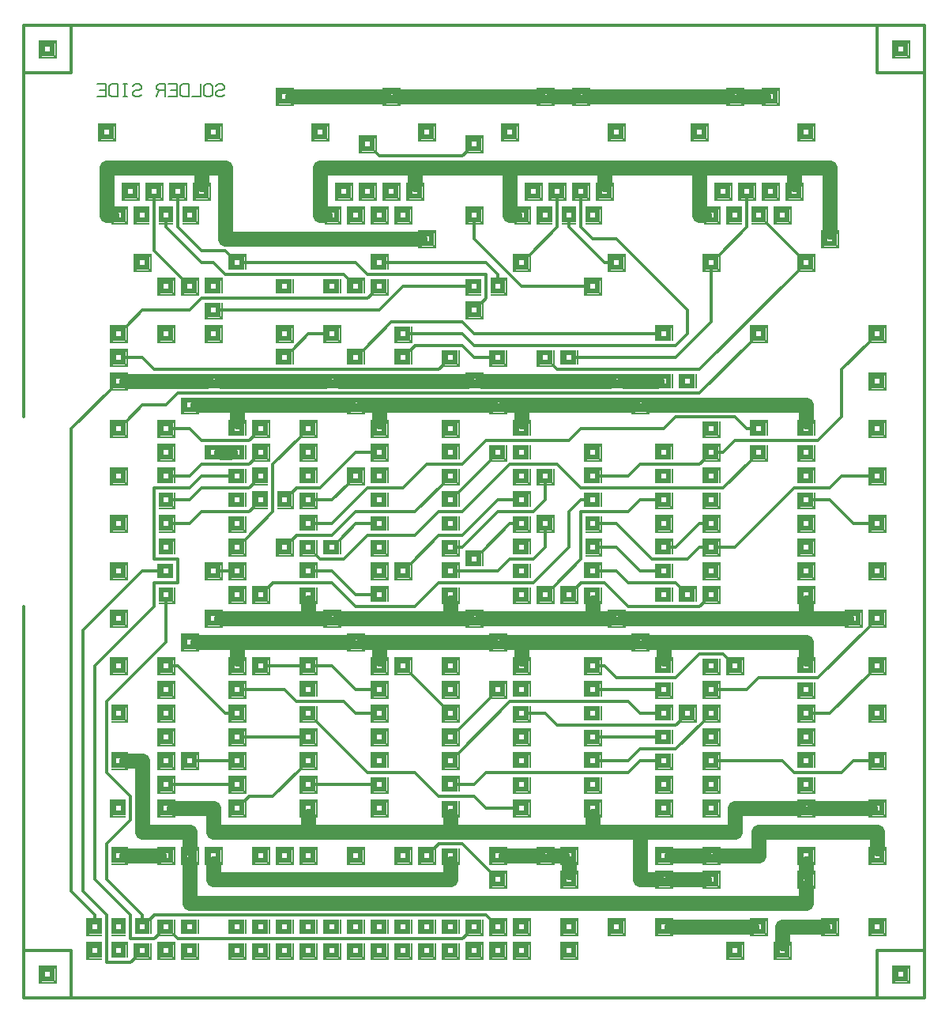
<source format=gbl>
%MOIN*%
%FSLAX23Y23*%
%ADD10C,.012*%
%ADD11C,.062*%
%ADD12C,.050X.024*%
%ADD13R,.062X.062X.024*%
%ADD14C,.016*%
%ADD15R,.008X.062*%
%ADD16R,.062X.008*%
%ADD17C,.008*%
%LPD*%
G90*X0Y0D02*D13*X100Y100D03*D14*X131Y131D03*      
Y69D03*X69Y131D03*Y69D03*D15*X135Y100D03*X65D03*  
D16*X100Y135D03*Y65D03*X200Y200D02*D10*Y0D01*     
X0D01*Y200D01*X200D01*D13*X300Y300D03*D14*        
X269Y331D03*Y269D03*D15*X265Y300D03*D16*          
X300Y335D03*Y265D03*Y331D02*D10*Y350D01*          
X200Y450D01*Y2400D01*X369Y2569D01*D13*            
X400Y2600D03*D14*X431Y2631D03*Y2569D03*           
X369Y2631D03*Y2569D03*D15*X435Y2600D03*X365D03*   
D16*X400Y2635D03*Y2565D03*X431Y2600D02*D11*       
X450D01*D10*X431D01*X450D02*D11*X769D01*D13*      
X800D03*D15*X835D03*X765D03*X831D02*D11*X1269D01* 
D13*X1300D03*D15*X1335D03*X1265D03*X1331D02*D11*  
X1869D01*D13*X1900D03*D14*X1931Y2631D03*X1869D03* 
D15*X1935Y2600D03*X1865D03*D16*X1900Y2635D03*     
X1931Y2600D02*D11*X2469D01*D13*X2500D03*D15*      
X2535D03*X2465D03*X2531D02*D11*X2669D01*D13*      
X2700D03*D15*X2735D03*X2665D03*D13*X2600Y2500D03* 
D14*X2631Y2469D03*X2569D03*D15*X2635Y2500D03*     
X2565D03*D16*X2600Y2465D03*X2569Y2500D02*D11*     
X2100D01*Y2431D01*D13*Y2400D03*D14*X2131Y2431D03* 
X2069D03*D15*X2135Y2400D03*X2065D03*D16*          
X2100Y2435D03*D13*X2000Y2500D03*D14*X2031Y2469D03*
X1969D03*D15*X2035Y2500D03*X1965D03*D16*          
X2000Y2465D03*X1969Y2500D02*D11*X1500D01*Y2431D01*
D13*Y2400D03*D14*X1531Y2431D03*Y2369D03*          
X1469Y2431D03*Y2369D03*D15*X1535Y2400D03*X1465D03*
D16*X1500Y2435D03*Y2365D03*D13*X1400Y2500D03*D14* 
X1431Y2469D03*X1369D03*D15*X1435Y2500D03*X1365D03*
D16*X1400Y2465D03*X1369Y2500D02*D11*X900D01*      
Y2431D01*D13*Y2400D03*D14*X931Y2431D03*X869D03*   
D15*X935Y2400D03*X865D03*D16*X900Y2435D03*        
X950Y2350D02*D10*X750D01*X700Y2400D01*X631D01*D13*
X600D03*D14*X631Y2431D03*Y2369D03*X569Y2431D03*   
Y2369D03*D15*X635Y2400D03*X565D03*D16*            
X600Y2435D03*Y2365D03*D13*X700Y2500D03*D14*       
X731Y2469D03*X669D03*D15*X735Y2500D03*X665D03*D16*
X700Y2465D03*X731Y2500D02*D11*X900D01*D13*        
X1000Y2400D03*D14*X1031Y2431D03*Y2369D03*         
X969Y2431D03*Y2369D03*D15*X1035Y2400D03*X965D03*  
D16*X1000Y2435D03*Y2365D03*X969Y2369D02*D10*      
X950Y2350D01*D13*X1000Y2300D03*D14*X1031Y2331D03* 
Y2269D03*X969Y2331D03*Y2269D03*D15*X1035Y2300D03* 
X965D03*D16*X1000Y2335D03*Y2265D03*X969Y2269D02*  
D10*X950Y2250D01*X750D01*X700Y2200D01*X631D01*D13*
X600D03*D14*X631Y2231D03*X569D03*D15*X635Y2200D03*
X565D03*D16*X600Y2235D03*X550Y2150D02*D10*        
Y1850D01*X650D01*Y1750D01*X550D01*Y1650D01*       
X300Y1400D01*Y500D01*X450Y350D01*Y250D01*X550D01* 
X569Y269D01*D13*X600Y300D03*D14*X631Y269D03*      
X569D03*D15*X635Y300D03*X565D03*D16*X600Y265D03*  
X631Y269D02*D10*X650Y250D01*X1850D01*X1869Y269D01*
D13*X1900Y300D03*D14*X1931Y269D03*X1869D03*D15*   
X1935Y300D03*X1865D03*D16*X1900Y265D03*           
X1950Y350D02*D10*X1969Y331D01*D13*X2000Y300D03*   
D14*X2031Y331D03*Y269D03*X1969Y331D03*Y269D03*D15*
X2035Y300D03*X1965D03*D16*X2000Y335D03*Y265D03*   
X1950Y350D02*D10*X550D01*X531Y331D01*D13*         
X500Y300D03*D14*X531Y331D03*D15*X535Y300D03*D16*  
X500Y335D03*Y331D02*D10*Y350D01*X350Y500D01*      
Y650D01*X450Y750D01*Y850D01*X350Y950D01*Y1250D01* 
X600Y1500D01*Y1669D01*D13*Y1700D03*D14*           
X631Y1669D03*D15*X635Y1700D03*D16*X600Y1665D03*   
X500Y1800D02*D10*X250Y1550D01*Y450D01*X350Y350D01*
Y150D01*X450D01*X469Y169D01*D13*X500Y200D03*D14*  
X531Y169D03*X469D03*D15*X535Y200D03*X465D03*D16*  
X500Y165D03*D13*X400Y300D03*D16*Y335D03*Y265D03*  
D13*X600Y200D03*D14*X631Y231D03*Y169D03*          
X569Y231D03*Y169D03*D15*X635Y200D03*X565D03*D16*  
X600Y235D03*Y165D03*D13*X400Y200D03*D14*          
X431Y231D03*D15*X435Y200D03*D16*X400Y235D03*      
X700Y400D02*D11*X3300D01*Y469D01*D13*Y500D03*D14* 
X3331Y531D03*Y469D03*X3269Y531D03*Y469D03*D15*    
X3335Y500D03*X3265D03*D16*X3300Y535D03*Y465D03*   
Y531D02*D11*Y569D01*D13*Y600D03*D14*X3331Y631D03* 
Y569D03*X3269Y631D03*Y569D03*D15*X3335Y600D03*    
X3265D03*D16*X3300Y635D03*Y565D03*X3100Y700D02*   
D11*Y600D01*X2931D01*D13*X2900D03*D14*            
X2931Y631D03*Y569D03*X2869Y631D03*Y569D03*D15*    
X2935Y600D03*X2865D03*D16*X2900Y635D03*Y565D03*   
X2869Y600D02*D11*X2731D01*D13*X2700D03*D14*       
X2731Y631D03*Y569D03*X2669Y631D03*Y569D03*D15*    
X2735Y600D03*X2665D03*D16*X2700Y635D03*Y565D03*   
X2600Y700D02*D11*Y500D01*X2669D01*D13*X2700D03*   
D14*X2731Y531D03*Y469D03*X2669Y531D03*Y469D03*D15*
X2735Y500D03*X2665D03*D16*X2700Y535D03*Y465D03*   
X2731Y500D02*D11*X2869D01*D13*X2900D03*D14*       
X2931Y531D03*Y469D03*X2869Y531D03*Y469D03*D15*    
X2935Y500D03*X2865D03*D16*X2900Y535D03*Y465D03*   
D13*X3100Y300D03*D14*X3131Y331D03*Y269D03*        
X3069Y331D03*Y269D03*D15*X3135Y300D03*X3065D03*   
D16*X3100Y335D03*Y265D03*X3069Y300D02*D11*        
X2731D01*D13*X2700D03*D14*X2731Y331D03*Y269D03*   
X2669Y331D03*Y269D03*D15*X2735Y300D03*X2665D03*   
D16*X2700Y335D03*Y265D03*D13*X2500Y300D03*D14*    
X2531Y331D03*Y269D03*X2469Y331D03*Y269D03*D15*    
X2535Y300D03*X2465D03*D16*X2500Y335D03*Y265D03*   
D13*X3000Y200D03*D14*X3031Y231D03*Y169D03*        
X2969Y231D03*Y169D03*D15*X3035Y200D03*X2965D03*   
D16*X3000Y235D03*Y165D03*X3100Y700D02*D11*        
X3600D01*Y631D01*D13*Y600D03*D14*X3631Y631D03*    
Y569D03*X3569Y631D03*Y569D03*D15*X3635Y600D03*    
X3565D03*D16*X3600Y635D03*Y565D03*D13*Y800D03*D14*
X3631Y831D03*Y769D03*X3569Y831D03*Y769D03*D15*    
X3635Y800D03*X3565D03*D16*X3600Y835D03*Y765D03*   
X3569Y800D02*D11*X3331D01*D13*X3300D03*D14*       
X3331Y831D03*Y769D03*X3269Y831D03*Y769D03*D15*    
X3335Y800D03*X3265D03*D16*X3300Y835D03*Y765D03*   
X3269Y800D02*D11*X3000D01*Y700D01*X2600D01*       
X2400D01*X1800D01*X1200D01*X800D01*Y800D01*       
X631D01*D13*X600D03*D14*X631Y831D03*Y769D03*      
X569Y831D03*Y769D03*D15*X635Y800D03*X565D03*D16*  
X600Y835D03*Y765D03*X700Y700D02*D11*Y631D01*D13*  
Y600D03*D14*X731Y631D03*Y569D03*X669Y631D03*      
Y569D03*D15*X735Y600D03*X665D03*D16*X700Y635D03*  
Y565D03*Y569D02*D11*Y400D01*X800Y500D02*X1800D01* 
Y569D01*D13*Y600D03*D14*X1831Y569D03*X1769D03*D15*
X1835Y600D03*X1765D03*D16*X1800Y565D03*           
X1850Y650D02*D10*X1969Y531D01*D13*X2000Y500D03*   
D14*X2031Y531D03*Y469D03*X1969Y531D03*Y469D03*D15*
X2035Y500D03*X1965D03*D16*X2000Y535D03*Y465D03*   
D13*Y600D03*D14*X2031Y631D03*Y569D03*X1969Y631D03*
Y569D03*D15*X2035Y600D03*X1965D03*D16*            
X2000Y635D03*Y565D03*X2031Y600D02*D11*X2169D01*   
D13*X2200D03*D14*X2231Y631D03*Y569D03*            
X2169Y631D03*Y569D03*D15*X2235Y600D03*X2165D03*   
D16*X2200Y635D03*Y565D03*X2231Y600D02*D11*        
X2269D01*D13*X2300D03*D14*X2331Y631D03*Y569D03*   
X2269Y631D03*Y569D03*D15*X2335Y600D03*X2265D03*   
D16*X2300Y635D03*Y565D03*Y569D02*D11*Y531D01*D13* 
Y500D03*D14*X2331Y531D03*Y469D03*X2269Y531D03*    
Y469D03*D15*X2335Y500D03*X2265D03*D16*            
X2300Y535D03*Y465D03*D13*X2100Y300D03*D14*        
X2131Y331D03*Y269D03*X2069Y331D03*Y269D03*D15*    
X2135Y300D03*X2065D03*D16*X2100Y335D03*Y265D03*   
X2400Y700D02*D11*Y769D01*D13*Y800D03*D14*         
X2431Y831D03*Y769D03*X2369Y831D03*Y769D03*D15*    
X2435Y800D03*X2365D03*D16*X2400Y835D03*Y765D03*   
D13*Y900D03*D14*X2431Y869D03*X2369D03*D15*        
X2435Y900D03*X2365D03*D16*X2400Y865D03*           
X2550Y950D02*D10*X1950D01*X1900Y900D01*X1831D01*  
D13*X1800D03*D14*X1831Y931D03*X1769D03*D15*       
X1835Y900D03*X1765D03*D16*X1800Y935D03*           
X1750Y850D02*D10*X1900D01*X1950Y800D01*X2069D01*  
D13*X2100D03*D14*X2131Y831D03*Y769D03*            
X2069Y831D03*Y769D03*D15*X2135Y800D03*X2065D03*   
D16*X2100Y835D03*Y765D03*D13*Y900D03*D14*         
X2131Y869D03*X2069D03*D15*X2135Y900D03*X2065D03*  
D16*X2100Y865D03*D13*Y1000D03*D14*X2131Y1031D03*  
X2069D03*D15*X2135Y1000D03*X2065D03*D16*          
X2100Y1035D03*X1850Y650D02*D10*X1750D01*          
X1731Y631D01*D13*X1700Y600D03*D14*X1731Y631D03*   
Y569D03*X1669Y631D03*Y569D03*D15*X1735Y600D03*    
X1665D03*D16*X1700Y635D03*Y565D03*X1800Y700D02*   
D11*Y769D01*D13*Y800D03*D14*X1831Y769D03*X1769D03*
D15*X1835Y800D03*X1765D03*D16*X1800Y765D03*       
X1750Y850D02*D10*X1650Y950D01*X1450D01*           
X1231Y1169D01*D13*X1200Y1200D03*D14*X1231Y1169D03*
X1169D03*D15*X1235Y1200D03*X1165D03*D16*          
X1200Y1165D03*X1150Y1250D02*D10*X1350D01*         
X1400Y1200D01*X1469D01*D13*X1500D03*D14*          
X1531Y1231D03*Y1169D03*X1469Y1231D03*Y1169D03*D15*
X1535Y1200D03*X1465D03*D16*X1500Y1235D03*Y1165D03*
X1400Y1300D02*D10*X1469D01*D13*X1500D03*D14*      
X1531Y1331D03*Y1269D03*X1469Y1331D03*Y1269D03*D15*
X1535Y1300D03*X1465D03*D16*X1500Y1335D03*Y1265D03*
D13*X1600Y1400D03*D14*X1631Y1431D03*Y1369D03*     
X1569Y1431D03*Y1369D03*D15*X1635Y1400D03*X1565D03*
D16*X1600Y1435D03*Y1365D03*X1631Y1369D02*D10*     
X1769Y1231D01*D13*X1800Y1200D03*D14*X1831Y1231D03*
Y1169D03*X1769Y1231D03*Y1169D03*D15*X1835Y1200D03*
X1765D03*D16*X1800Y1235D03*Y1165D03*D13*Y1300D03* 
D14*X1831Y1331D03*Y1269D03*X1769Y1331D03*Y1269D03*
D15*X1835Y1300D03*X1765D03*D16*X1800Y1335D03*     
Y1265D03*D13*Y1100D03*D14*X1831Y1131D03*Y1069D03* 
X1769Y1131D03*Y1069D03*D15*X1835Y1100D03*X1765D03*
D16*X1800Y1135D03*Y1065D03*X1831Y1131D02*D10*     
X1969Y1269D01*D13*X2000Y1300D03*D14*X2031Y1331D03*
Y1269D03*X1969Y1331D03*Y1269D03*D15*X2035Y1300D03*
X1965D03*D16*X2000Y1335D03*Y1265D03*X2050Y1250D02*
D10*X1831Y1031D01*D13*X1800Y1000D03*D14*          
X1831Y1031D03*Y969D03*X1769Y1031D03*Y969D03*D15*  
X1835Y1000D03*X1765D03*D16*X1800Y1035D03*Y965D03* 
X2050Y1250D02*D10*X2550D01*X2600Y1200D01*X2669D01*
D13*X2700D03*D14*X2731Y1231D03*X2669D03*D15*      
X2735Y1200D03*X2665D03*D16*X2700Y1235D03*         
X2750Y1150D02*D10*X2250D01*X2200Y1200D01*X2131D01*
D13*X2100D03*D14*X2131Y1169D03*X2069D03*D15*      
X2135Y1200D03*X2065D03*D16*X2100Y1165D03*D13*     
Y1300D03*D14*X2131Y1331D03*X2069D03*D15*          
X2135Y1300D03*X2065D03*D16*X2100Y1335D03*D13*     
Y1100D03*D14*X2131Y1131D03*Y1069D03*X2069Y1131D03*
Y1069D03*D15*X2135Y1100D03*X2065D03*D16*          
X2100Y1135D03*Y1065D03*D13*Y1400D03*D14*          
X2131Y1431D03*Y1369D03*X2069Y1431D03*Y1369D03*D15*
X2135Y1400D03*X2065D03*D16*X2100Y1435D03*Y1365D03*
Y1431D02*D11*Y1500D01*X2031D01*D13*X2000D03*D14*  
X2031Y1531D03*Y1469D03*X1969Y1531D03*Y1469D03*D15*
X2035Y1500D03*X1965D03*D16*X2000Y1535D03*Y1465D03*
X1969Y1500D02*D11*X1500D01*Y1431D01*D13*Y1400D03* 
D14*X1531Y1431D03*Y1369D03*X1469Y1431D03*Y1369D03*
D15*X1535Y1400D03*X1465D03*D16*X1500Y1435D03*     
Y1365D03*D13*X1400Y1500D03*D14*X1431Y1531D03*     
Y1469D03*X1369Y1531D03*Y1469D03*D15*X1435Y1500D03*
X1365D03*D16*X1400Y1535D03*Y1465D03*X1369Y1500D02*
D11*X900D01*Y1431D01*D13*Y1400D03*D14*            
X931Y1431D03*Y1369D03*X869Y1431D03*Y1369D03*D15*  
X935Y1400D03*X865D03*D16*X900Y1435D03*Y1365D03*   
D13*X1000Y1400D03*D14*X1031Y1431D03*Y1369D03*     
X969Y1431D03*Y1369D03*D15*X1035Y1400D03*X965D03*  
D16*X1000Y1435D03*Y1365D03*X1031Y1400D02*D10*     
X1169D01*D13*X1200D03*D14*X1231Y1431D03*Y1369D03* 
X1169Y1431D03*Y1369D03*D15*X1235Y1400D03*X1165D03*
D16*X1200Y1435D03*Y1365D03*X1231Y1400D02*D10*     
X1300D01*X1400Y1300D01*D13*X1200Y1100D03*D14*     
X1231Y1131D03*Y1069D03*X1169Y1131D03*Y1069D03*D15*
X1235Y1100D03*X1165D03*D16*X1200Y1135D03*Y1065D03*
X1169Y1100D02*D10*X931D01*D13*X900D03*D14*        
X931Y1131D03*Y1069D03*X869Y1131D03*Y1069D03*D15*  
X935Y1100D03*X865D03*D16*X900Y1135D03*Y1065D03*   
D13*Y1200D03*D14*X931Y1231D03*Y1169D03*           
X869Y1231D03*Y1169D03*D15*X935Y1200D03*X865D03*   
D16*X900Y1235D03*Y1165D03*X869Y1200D02*D10*       
X850D01*X650Y1400D01*X631D01*D13*X600D03*D14*     
X631Y1431D03*Y1369D03*X569Y1431D03*Y1369D03*D15*  
X635Y1400D03*X565D03*D16*X600Y1435D03*Y1365D03*   
D13*X700Y1500D03*D14*X731Y1531D03*Y1469D03*       
X669Y1531D03*Y1469D03*D15*X735Y1500D03*X665D03*   
D16*X700Y1535D03*Y1465D03*X731Y1500D02*D11*       
X900D01*D13*X800Y1600D03*D14*X831Y1631D03*        
Y1569D03*X769Y1631D03*Y1569D03*D15*X835Y1600D03*  
X765D03*D16*X800Y1635D03*Y1565D03*X831Y1600D02*   
D11*X1200D01*X1269D01*D13*X1300D03*D14*           
X1331Y1631D03*Y1569D03*X1269Y1631D03*Y1569D03*D15*
X1335Y1600D03*X1265D03*D16*X1300Y1635D03*Y1565D03*
X1331Y1600D02*D11*X1800D01*X1869D01*D13*X1900D03* 
D14*X1931Y1631D03*Y1569D03*X1869Y1631D03*Y1569D03*
D15*X1935Y1600D03*X1865D03*D16*X1900Y1635D03*     
Y1565D03*X1931Y1600D02*D11*X2400D01*X2469D01*D13* 
X2500D03*D14*X2531Y1631D03*Y1569D03*X2469Y1631D03*
Y1569D03*D15*X2535Y1600D03*X2465D03*D16*          
X2500Y1635D03*Y1565D03*X2531Y1600D02*D11*X3300D01*
X3469D01*D13*X3500D03*D14*X3531Y1631D03*Y1569D03* 
X3469Y1631D03*Y1569D03*D15*X3535Y1600D03*X3465D03*
D16*X3500Y1635D03*Y1565D03*D13*X3600Y1600D03*D14* 
X3631Y1631D03*Y1569D03*X3569Y1631D03*Y1569D03*D15*
X3635Y1600D03*X3565D03*D16*X3600Y1635D03*Y1565D03*
X3569Y1569D02*D10*X3350Y1350D01*X3100D01*         
X3050Y1300D01*X2931D01*D13*X2900D03*D14*          
X2931Y1331D03*Y1269D03*X2869Y1331D03*Y1269D03*D15*
X2935Y1300D03*X2865D03*D16*X2900Y1335D03*Y1265D03*
D13*X3000Y1400D03*D14*X3031Y1431D03*Y1369D03*     
X2969Y1431D03*Y1369D03*D15*X3035Y1400D03*X2965D03*
D16*X3000Y1435D03*Y1365D03*X2969Y1431D02*D10*     
X2950Y1450D01*X2850D01*X2750Y1350D01*X2500D01*    
X2450Y1400D01*X2431D01*D13*X2400D03*D14*          
X2431Y1431D03*Y1369D03*X2369Y1431D03*Y1369D03*D15*
X2435Y1400D03*X2365D03*D16*X2400Y1435D03*Y1365D03*
D13*Y1300D03*D14*X2431Y1331D03*X2369D03*D15*      
X2435Y1300D03*X2365D03*D16*X2400Y1335D03*         
X2431Y1300D02*D10*X2669D01*D13*X2700D03*D14*      
X2731Y1269D03*X2669D03*D15*X2735Y1300D03*X2665D03*
D16*X2700Y1265D03*D13*X2800Y1200D03*D14*          
X2831Y1231D03*Y1169D03*X2769Y1231D03*Y1169D03*D15*
X2835Y1200D03*X2765D03*D16*X2800Y1235D03*Y1165D03*
X2769Y1169D02*D10*X2750Y1150D01*D13*X2700Y1100D03*
D15*X2735D03*X2665D03*X2669D02*D10*X2431D01*D13*  
X2400D03*D14*X2431Y1069D03*X2369D03*D15*          
X2435Y1100D03*X2365D03*D16*X2400Y1065D03*D13*     
Y1200D03*D15*X2435D03*X2365D03*D13*X2400Y1000D03* 
D14*X2431Y1031D03*X2369D03*D15*X2435Y1000D03*     
X2365D03*D16*X2400Y1035D03*X2431Y1000D02*D10*     
X2550D01*X2600Y1050D01*X2750D01*X2869Y1169D01*D13*
X2900Y1200D03*D14*X2931Y1231D03*Y1169D03*         
X2869Y1231D03*Y1169D03*D15*X2935Y1200D03*X2865D03*
D16*X2900Y1235D03*Y1165D03*D13*Y1100D03*D14*      
X2931Y1131D03*Y1069D03*X2869Y1131D03*Y1069D03*D15*
X2935Y1100D03*X2865D03*D16*X2900Y1135D03*Y1065D03*
D13*X2700Y1400D03*D14*X2731Y1431D03*X2669D03*D15* 
X2735Y1400D03*X2665D03*D16*X2700Y1435D03*Y1431D02*
D11*Y1500D01*X2631D01*D13*X2600D03*D14*           
X2631Y1531D03*Y1469D03*X2569Y1531D03*Y1469D03*D15*
X2635Y1500D03*X2565D03*D16*X2600Y1535D03*Y1465D03*
X2569Y1500D02*D11*X2100D01*D13*X2300Y1700D03*D14* 
X2331Y1731D03*Y1669D03*X2269Y1731D03*Y1669D03*D15*
X2335Y1700D03*X2265D03*D16*X2300Y1735D03*Y1665D03*
X2331Y1731D02*D10*X2350Y1750D01*X2450D01*         
X2550Y1650D01*X2850D01*X2869Y1669D01*D13*         
X2900Y1700D03*D14*X2931Y1731D03*Y1669D03*         
X2869Y1731D03*Y1669D03*D15*X2935Y1700D03*X2865D03*
D16*X2900Y1735D03*Y1665D03*D13*Y1800D03*D14*      
X2931Y1831D03*Y1769D03*X2869Y1831D03*Y1769D03*D15*
X2935Y1800D03*X2865D03*D16*X2900Y1835D03*Y1765D03*
D13*X2800Y1700D03*D14*X2831Y1731D03*X2769D03*D15* 
X2835Y1700D03*X2765D03*D16*X2800Y1735D03*         
X2769Y1731D02*D10*X2750Y1750D01*X2550D01*         
X2500Y1800D01*X2431D01*D13*X2400D03*D14*          
X2431Y1831D03*X2369D03*D15*X2435Y1800D03*X2365D03*
D16*X2400Y1835D03*X2350Y1850D02*D10*X2231Y1731D01*
D13*X2200Y1700D03*D14*X2231Y1731D03*Y1669D03*     
X2169Y1731D03*Y1669D03*D15*X2235Y1700D03*X2165D03*
D16*X2200Y1735D03*Y1665D03*X2150Y1750D02*D10*     
X1750D01*X1650Y1650D01*X1400D01*X1300Y1750D01*    
X1050D01*X1031Y1731D01*D13*X1000Y1700D03*D14*     
X1031Y1731D03*Y1669D03*X969Y1731D03*Y1669D03*D15* 
X1035Y1700D03*X965D03*D16*X1000Y1735D03*Y1665D03* 
D13*X900Y1800D03*D14*X931Y1831D03*Y1769D03*       
X869Y1831D03*Y1769D03*D15*X935Y1800D03*X865D03*   
D16*X900Y1835D03*Y1765D03*X869Y1800D02*D10*       
X831D01*D13*X800D03*D14*X831Y1831D03*Y1769D03*    
X769Y1831D03*Y1769D03*D15*X835Y1800D03*X765D03*   
D16*X800Y1835D03*Y1765D03*D13*X900Y1700D03*D14*   
X931Y1731D03*Y1669D03*X869Y1731D03*Y1669D03*D15*  
X935Y1700D03*X865D03*D16*X900Y1735D03*Y1665D03*   
D13*Y1900D03*D14*X931Y1931D03*Y1869D03*           
X869Y1931D03*Y1869D03*D15*X935Y1900D03*X865D03*   
D16*X900Y1935D03*Y1865D03*X931Y1931D02*D10*       
X1050Y2050D01*Y2250D01*X1169Y2369D01*D13*         
X1200Y2400D03*D14*X1231Y2431D03*Y2369D03*         
X1169Y2431D03*Y2369D03*D15*X1235Y2400D03*X1165D03*
D16*X1200Y2435D03*Y2365D03*D13*Y2300D03*D14*      
X1231Y2331D03*Y2269D03*X1169Y2331D03*Y2269D03*D15*
X1235Y2300D03*X1165D03*D16*X1200Y2335D03*Y2265D03*
D13*X1400Y2200D03*D14*X1431Y2231D03*Y2169D03*     
X1369Y2231D03*Y2169D03*D15*X1435Y2200D03*X1365D03*
D16*X1400Y2235D03*Y2165D03*X1369Y2169D02*D10*     
X1300Y2100D01*X1231D01*D13*X1200D03*D14*          
X1231Y2069D03*X1169D03*D15*X1235Y2100D03*X1165D03*
D16*X1200Y2065D03*X1250Y2150D02*D10*X1150D01*     
X1131Y2131D01*D13*X1100Y2100D03*D14*X1131Y2131D03*
Y2069D03*D15*X1135Y2100D03*D16*X1100Y2135D03*     
Y2065D03*D13*X1200Y2000D03*D14*X1231Y2031D03*     
X1169D03*D15*X1235Y2000D03*X1165D03*D16*          
X1200Y2035D03*X1231Y2000D02*D10*X1300D01*         
X1450Y2150D01*X1600D01*X1700Y2250D01*X1850D01*    
X1950Y2350D01*X2300D01*X2350Y2400D01*X2700D01*    
X2750Y2450D01*X3000D01*X3050Y2400D01*X3069D01*D13*
X3100D03*D14*X3131Y2431D03*X3069D03*D15*          
X3135Y2400D03*X3065D03*D16*X3100Y2435D03*D13*     
Y2300D03*D14*X3131Y2269D03*X3069D03*D15*          
X3135Y2300D03*X3065D03*D16*X3100Y2265D03*         
X3069Y2269D02*D10*X2950Y2150D01*X2350D01*         
X2250Y2250D01*X2050D01*X1850Y2050D01*X1750D01*    
X1650Y1950D01*X1450D01*X1350Y1850D01*X1250D01*    
X1231Y1869D01*D13*X1200Y1900D03*D14*X1231Y1869D03*
X1169D03*D15*X1235Y1900D03*X1165D03*D16*          
X1200Y1865D03*X1150Y1950D02*D10*X1131Y1931D01*D13*
X1100Y1900D03*D14*X1131Y1931D03*Y1869D03*         
X1069Y1931D03*Y1869D03*D15*X1135Y1900D03*X1065D03*
D16*X1100Y1935D03*Y1865D03*X1150Y1950D02*D10*     
X1300D01*X1400Y2050D01*X1650D01*X1769Y2169D01*D13*
X1800Y2200D03*D14*X1831Y2169D03*X1769D03*D15*     
X1835Y2200D03*X1765D03*D16*X1800Y2165D03*D13*     
Y2300D03*D14*X1831Y2331D03*X1769D03*D15*          
X1835Y2300D03*X1765D03*D16*X1800Y2335D03*D13*     
Y2100D03*D14*X1831Y2131D03*X1769D03*D15*          
X1835Y2100D03*X1765D03*D16*X1800Y2135D03*         
X1831Y2131D02*D10*X1969Y2269D01*D13*X2000Y2300D03*
D14*X2031Y2269D03*X1969D03*D15*X2035Y2300D03*     
X1965D03*D16*X2000Y2265D03*D13*X2100Y2200D03*D14* 
X2131Y2169D03*X2069D03*D15*X2135Y2200D03*X2065D03*
D16*X2100Y2165D03*D13*Y2300D03*D15*X2135D03*      
X2065D03*X2200Y2100D02*D10*X2150Y2050D01*X2000D01*
X1850Y1900D01*X1831D01*D13*X1800D03*D14*          
X1831Y1869D03*X1769D03*D15*X1835Y1900D03*X1765D03*
D16*X1800Y1865D03*X1850Y1950D02*D10*X1750D01*     
X1631Y1831D01*D13*X1600Y1800D03*D14*X1631Y1831D03*
Y1769D03*X1569Y1831D03*Y1769D03*D15*X1635Y1800D03*
X1565D03*D16*X1600Y1835D03*Y1765D03*D13*          
X1500Y1900D03*D14*X1531Y1869D03*X1469D03*D15*     
X1535Y1900D03*X1465D03*D16*X1500Y1865D03*D13*     
Y1700D03*D14*X1531Y1731D03*X1469D03*D15*          
X1535Y1700D03*X1465D03*D16*X1500Y1735D03*         
X1469Y1700D02*D10*X1400D01*X1300Y1800D01*X1231D01*
D13*X1200D03*D14*X1231Y1831D03*X1169D03*D15*      
X1235Y1800D03*X1165D03*D16*X1200Y1835D03*D13*     
X1300Y1900D03*D15*X1335D03*X1265D03*X1331Y1931D02*
D10*X1400Y2000D01*X1469D01*D13*X1500D03*D15*      
X1535D03*X1465D03*D13*X1500Y2100D03*D15*X1535D03* 
X1465D03*D13*X1500Y2200D03*D14*X1531Y2231D03*     
X1469D03*D15*X1535Y2200D03*X1465D03*D16*          
X1500Y2235D03*D13*Y1800D03*D14*X1531Y1831D03*     
Y1769D03*X1469Y1831D03*Y1769D03*D15*X1535Y1800D03*
X1465D03*D16*X1500Y1835D03*Y1765D03*X1250Y2150D02*
D10*X1400Y2300D01*X1469D01*D13*X1500D03*D14*      
X1531Y2331D03*Y2269D03*X1469Y2331D03*Y2269D03*D15*
X1535Y2300D03*X1465D03*D16*X1500Y2335D03*Y2265D03*
Y2500D02*D11*X1431D01*D13*X1600Y2700D03*D14*      
X1631Y2731D03*X1569D03*D15*X1635Y2700D03*X1565D03*
D16*X1600Y2735D03*X1631Y2731D02*D10*X1650Y2750D01*
X1850D01*X1900Y2700D01*X1969D01*D13*X2000D03*D14* 
X2031Y2669D03*X1969D03*D15*X2035Y2700D03*X1965D03*
D16*X2000Y2665D03*X1900Y2800D02*D10*X2669D01*D13* 
X2700D03*D14*X2731Y2831D03*X2669D03*D15*          
X2735Y2800D03*X2665D03*D16*X2700Y2835D03*         
X2750Y2750D02*D10*X1900D01*X1850Y2800D01*X1631D01*
D13*X1600D03*D14*X1631Y2769D03*X1569D03*D15*      
X1635Y2800D03*X1565D03*D16*X1600Y2765D03*         
X1550Y2850D02*D10*X1431Y2731D01*D13*X1400Y2700D03*
D14*X1431Y2731D03*X1369D03*D15*X1435Y2700D03*     
X1365D03*D16*X1400Y2735D03*D13*X1300Y2800D03*D14* 
X1331Y2831D03*Y2769D03*X1269Y2831D03*Y2769D03*D15*
X1335Y2800D03*X1265D03*D16*X1300Y2835D03*Y2765D03*
X1269Y2800D02*D10*X1200D01*X1131Y2731D01*D13*     
X1100Y2700D03*D14*X1131Y2731D03*X1069D03*D15*     
X1135Y2700D03*X1065D03*D16*X1100Y2735D03*D13*     
Y2800D03*D14*X1131Y2831D03*Y2769D03*X1069Y2831D03*
Y2769D03*D15*X1135Y2800D03*X1065D03*D16*          
X1100Y2835D03*Y2765D03*D13*X1400Y3000D03*D14*     
X1431Y3031D03*X1369D03*D15*X1435Y3000D03*X1365D03*
D16*X1400Y3035D03*X1369Y3031D02*D10*X1350Y3050D01*
X850D01*X800Y3100D01*X750D01*X600Y3250D01*        
Y3269D01*D13*Y3300D03*D16*Y3335D03*Y3265D03*      
X650Y3250D02*D10*X750Y3150D01*X850D01*            
X869Y3131D01*D13*X900Y3100D03*D14*X931Y3131D03*   
X869D03*D15*X935Y3100D03*X865D03*D16*X900Y3135D03*
X931Y3100D02*D10*X1400D01*X1450Y3050D01*X1950D01* 
Y2950D01*X1931Y2931D01*D13*X1900Y2900D03*D14*     
X1931Y2931D03*Y2869D03*X1869Y2931D03*Y2869D03*D15*
X1935Y2900D03*X1865D03*D16*X1900Y2935D03*Y2865D03*
X1850Y2850D02*D10*X1900Y2800D01*X1850Y2850D02*    
X1550D01*X1500Y2900D02*X831D01*D13*X800D03*D14*   
X831Y2869D03*X769D03*D15*X835Y2900D03*X765D03*D16*
X800Y2865D03*X750Y2950D02*D10*X700Y2900D01*       
X500D01*X431Y2831D01*D13*X400Y2800D03*D14*        
X431Y2831D03*Y2769D03*X369Y2831D03*Y2769D03*D15*  
X435Y2800D03*X365D03*D16*X400Y2835D03*Y2765D03*   
X500Y2700D02*D10*X550Y2650D01*X1750D01*           
X1769Y2669D01*D13*X1800Y2700D03*D14*X1831Y2669D03*
X1769D03*D15*X1835Y2700D03*X1765D03*D16*          
X1800Y2665D03*X2031Y2500D02*D11*X2100D01*         
X2250Y2650D02*D10*X2850D01*X3269Y3069D01*D13*     
X3300Y3100D03*D14*X3331Y3131D03*Y3069D03*         
X3269Y3131D03*Y3069D03*D15*X3335Y3100D03*X3265D03*
D16*X3300Y3135D03*Y3065D03*X3269Y3131D02*D10*     
X3131Y3269D01*D13*X3100Y3300D03*D14*X3131Y3331D03*
Y3269D03*D15*X3135Y3300D03*D16*X3100Y3335D03*     
Y3265D03*X3050Y3250D02*D10*X2931Y3131D01*D13*     
X2900Y3100D03*D14*X2931Y3131D03*Y3069D03*         
X2869Y3131D03*Y3069D03*D15*X2935Y3100D03*X2865D03*
D16*X2900Y3135D03*Y3065D03*Y3069D02*D10*Y2850D01* 
X2750Y2700D01*X2331D01*D13*X2300D03*D15*X2335D03* 
X2265D03*X2250Y2650D02*D10*X2231Y2669D01*D13*     
X2200Y2700D03*D14*X2231Y2669D03*X2169D03*D15*     
X2235Y2700D03*X2165D03*D16*X2200Y2665D03*D13*     
X1900Y3000D03*D14*X1869Y2969D03*D15*X1865Y3000D03*
D16*X1900Y2965D03*X1869Y3000D02*D10*X1600D01*     
X1500Y2900D01*X1450Y2950D02*X750D01*D13*          
X800Y3000D03*D14*X831Y3031D03*X769D03*D15*        
X835Y3000D03*X765D03*D16*X800Y3035D03*D13*        
X700Y3000D03*D14*X731Y3031D03*Y2969D03*           
X669Y3031D03*Y2969D03*D15*X735Y3000D03*X665D03*   
D16*X700Y3035D03*Y2965D03*X669Y3031D02*D10*       
X550Y3150D01*Y3369D01*D13*Y3400D03*D14*           
X581Y3431D03*Y3369D03*X519Y3431D03*Y3369D03*D15*  
X585Y3400D03*X515D03*D16*X550Y3435D03*Y3365D03*   
D13*X500Y3300D03*D14*X469Y3331D03*Y3269D03*D15*   
X465Y3300D03*D16*X500Y3335D03*Y3265D03*D13*       
X650Y3400D03*D14*X681Y3431D03*Y3369D03*           
X619Y3431D03*Y3369D03*D15*X685Y3400D03*X615D03*   
D16*X650Y3435D03*Y3365D03*Y3369D02*D10*Y3250D01*  
D13*X700Y3300D03*D14*X731Y3331D03*Y3269D03*D15*   
X735Y3300D03*D16*X700Y3335D03*Y3265D03*D13*       
X500Y3100D03*D14*X531Y3131D03*Y3069D03*           
X469Y3131D03*Y3069D03*D15*X535Y3100D03*X465D03*   
D16*X500Y3135D03*Y3065D03*D13*X750Y3400D03*D14*   
X781Y3431D03*Y3369D03*X719Y3431D03*Y3369D03*D15*  
X785Y3400D03*X715D03*D16*X750Y3435D03*Y3365D03*   
Y3431D02*D11*Y3500D01*X350D01*Y3300D01*X369D01*   
D13*X400D03*D14*X431Y3331D03*Y3269D03*D15*        
X435Y3300D03*D16*X400Y3335D03*Y3265D03*D13*       
X450Y3400D03*D14*X481Y3431D03*Y3369D03*           
X419Y3431D03*Y3369D03*D15*X485Y3400D03*X415D03*   
D16*X450Y3435D03*Y3365D03*D13*X600Y3000D03*D14*   
X631Y3031D03*Y2969D03*X569Y3031D03*Y2969D03*D15*  
X635Y3000D03*X565D03*D16*X600Y3035D03*Y2965D03*   
D13*X350Y3650D03*D14*X381Y3681D03*Y3619D03*       
X319Y3681D03*Y3619D03*D15*X385Y3650D03*X315D03*   
D16*X350Y3685D03*Y3615D03*X750Y3500D02*D11*       
X850D01*Y3200D01*X1669D01*D13*X1700D03*D14*       
X1731Y3231D03*Y3169D03*X1669Y3231D03*Y3169D03*D15*
X1735Y3200D03*X1665D03*D16*X1700Y3235D03*Y3165D03*
D13*X1600Y3300D03*D14*X1631Y3331D03*Y3269D03*     
X1569Y3331D03*Y3269D03*D15*X1635Y3300D03*X1565D03*
D16*X1600Y3335D03*Y3265D03*D13*X1500Y3000D03*D14* 
X1531Y2969D03*X1469D03*D15*X1535Y3000D03*X1465D03*
D16*X1500Y2965D03*X1469Y2969D02*D10*X1450Y2950D01*
D13*X1500Y3100D03*D14*X1531Y3131D03*X1469D03*D15* 
X1535Y3100D03*X1465D03*D16*X1500Y3135D03*         
X1531Y3100D02*D10*X1950D01*X2000Y3050D01*Y3031D01*
D13*Y3000D03*D14*X2031Y3031D03*Y2969D03*D15*      
X2035Y3000D03*D16*X2000Y3035D03*Y2965D03*D13*     
X2100Y3100D03*D14*X2131Y3131D03*Y3069D03*         
X2069Y3131D03*Y3069D03*D15*X2135Y3100D03*X2065D03*
D16*X2100Y3135D03*Y3065D03*X2131Y3131D02*D10*     
X2250Y3250D01*Y3369D01*D13*Y3400D03*D14*          
X2281Y3431D03*Y3369D03*X2219Y3431D03*Y3369D03*D15*
X2285Y3400D03*X2215D03*D16*X2250Y3435D03*Y3365D03*
D13*X2200Y3300D03*D14*X2169Y3331D03*Y3269D03*D15* 
X2165Y3300D03*D16*X2200Y3335D03*Y3265D03*D13*     
X2350Y3400D03*D14*X2381Y3431D03*Y3369D03*         
X2319Y3431D03*Y3369D03*D15*X2385Y3400D03*X2315D03*
D16*X2350Y3435D03*Y3365D03*Y3369D02*D10*Y3250D01* 
X2400Y3200D01*X2500D01*X2800Y2900D01*Y2800D01*    
X2750Y2750D01*D13*X2800Y2600D03*D15*X2835D03*     
X2765D03*X2850Y2550D02*D10*X650D01*X600Y2500D01*  
X500D01*X431Y2431D01*D13*X400Y2400D03*D14*        
X431Y2431D03*Y2369D03*X369Y2431D03*Y2369D03*D15*  
X435Y2400D03*X365D03*D16*X400Y2435D03*Y2365D03*   
D13*X600Y2300D03*D14*X631Y2331D03*Y2269D03*       
X569Y2331D03*Y2269D03*D15*X635Y2300D03*X565D03*   
D16*X600Y2335D03*Y2265D03*D13*X400Y2200D03*D14*   
X431Y2231D03*Y2169D03*X369Y2231D03*Y2169D03*D15*  
X435Y2200D03*X365D03*D16*X400Y2235D03*Y2165D03*   
X550Y2150D02*D10*X700D01*X750Y2200D01*X869D01*D13*
X900D03*D15*X935D03*X865D03*X950Y2150D02*D10*     
X750D01*X700Y2100D01*X631D01*D13*X600D03*D14*     
X631Y2069D03*D15*X635Y2100D03*D16*X600Y2065D03*   
X700Y2000D02*D10*X631D01*D13*X600D03*D14*         
X631Y2031D03*Y1969D03*D15*X635Y2000D03*D16*       
X600Y2035D03*Y1965D03*X700Y2000D02*D10*           
X750Y2050D01*X950D01*X969Y2069D01*D13*            
X1000Y2100D03*D14*X969Y2131D03*Y2069D03*D15*      
X965Y2100D03*D16*X1000Y2135D03*Y2065D03*          
X950Y2150D02*D10*X969Y2169D01*D13*X1000Y2200D03*  
D14*X969Y2231D03*Y2169D03*D15*X965Y2200D03*D16*   
X1000Y2235D03*Y2165D03*D13*X900Y2300D03*D15*      
X935D03*X865D03*X869D02*D11*X831D01*D13*X800D03*  
D15*X835D03*X765D03*D13*X900Y2100D03*D15*X935D03* 
X865D03*D13*X900Y2000D03*D14*X931Y1969D03*X869D03*
D15*X935Y2000D03*X865D03*D16*X900Y1965D03*D13*    
X400Y2700D03*D14*X431Y2731D03*Y2669D03*           
X369Y2731D03*Y2669D03*D15*X435Y2700D03*X365D03*   
D16*X400Y2735D03*Y2665D03*X431Y2700D02*D10*       
X500D01*D13*X600Y2800D03*D14*X631Y2831D03*        
Y2769D03*X569Y2831D03*Y2769D03*D15*X635Y2800D03*  
X565D03*D16*X600Y2835D03*Y2765D03*D13*            
X800Y2800D03*D14*X831Y2831D03*Y2769D03*           
X769Y2831D03*Y2769D03*D15*X835Y2800D03*X765D03*   
D16*X800Y2835D03*Y2765D03*X0Y2450D02*D10*Y3900D01*
X200D01*Y4100D01*X0D01*Y3900D01*D13*X100Y4000D03* 
D14*X131Y4031D03*Y3969D03*X69Y4031D03*Y3969D03*   
D15*X135Y4000D03*X65D03*D16*X100Y4035D03*Y3965D03*
X200Y4100D02*D10*X3600D01*Y3900D01*X3800D01*      
Y200D01*Y0D01*X3600D01*X200D01*X0Y200D02*Y1650D01*
D13*X400Y1400D03*D14*X431Y1431D03*Y1369D03*       
X369Y1431D03*Y1369D03*D15*X435Y1400D03*X365D03*   
D16*X400Y1435D03*Y1365D03*D13*Y1600D03*D14*       
X431Y1631D03*Y1569D03*X369Y1631D03*Y1569D03*D15*  
X435Y1600D03*X365D03*D16*X400Y1635D03*Y1565D03*   
D13*Y1800D03*D14*X431Y1831D03*Y1769D03*           
X369Y1831D03*Y1769D03*D15*X435Y1800D03*X365D03*   
D16*X400Y1835D03*Y1765D03*D13*Y2000D03*D14*       
X431Y2031D03*Y1969D03*X369Y2031D03*Y1969D03*D15*  
X435Y2000D03*X365D03*D16*X400Y2035D03*Y1965D03*   
D13*Y1200D03*D14*X431Y1231D03*Y1169D03*D15*       
X435Y1200D03*D16*X400Y1235D03*Y1165D03*           
X500Y1800D02*D10*X569D01*D13*X600D03*D15*X565D03* 
D13*X600Y1900D03*D14*X631Y1931D03*D15*            
X635Y1900D03*D16*X600Y1935D03*X1100Y1300D02*D10*  
X1150Y1250D01*D13*X1200Y1300D03*D14*X1231Y1331D03*
X1169D03*D15*X1235Y1300D03*X1165D03*D16*          
X1200Y1335D03*X1100Y1300D02*D10*X931D01*D13*      
X900D03*D14*X931Y1331D03*Y1269D03*X869Y1331D03*   
Y1269D03*D15*X935Y1300D03*X865D03*D16*            
X900Y1335D03*Y1265D03*D13*X1200Y1000D03*D14*      
X1231Y1031D03*Y969D03*X1169Y1031D03*Y969D03*D15*  
X1235Y1000D03*X1165D03*D16*X1200Y1035D03*Y965D03* 
X1169Y969D02*D10*X1050Y850D01*X950D01*X931Y831D01*
D13*X900Y800D03*D14*X931Y831D03*Y769D03*          
X869Y831D03*Y769D03*D15*X935Y800D03*X865D03*D16*  
X900Y835D03*Y765D03*D13*Y900D03*D14*X931Y931D03*  
Y869D03*X869Y931D03*Y869D03*D15*X935Y900D03*      
X865D03*D16*X900Y935D03*Y865D03*X869Y900D02*D10*  
X631D01*D13*X600D03*D14*X631Y931D03*Y869D03*      
X569Y931D03*Y869D03*D15*X635Y900D03*X565D03*D16*  
X600Y935D03*Y865D03*D13*X700Y1000D03*D14*         
X731Y1031D03*Y969D03*X669Y1031D03*Y969D03*D15*    
X735Y1000D03*X665D03*D16*X700Y1035D03*Y965D03*    
X731Y1000D02*D10*X869D01*D13*X900D03*D14*         
X931Y1031D03*Y969D03*X869Y1031D03*Y969D03*D15*    
X935Y1000D03*X865D03*D16*X900Y1035D03*Y965D03*    
X1200Y700D02*D11*Y769D01*D13*Y800D03*D14*         
X1231Y831D03*Y769D03*X1169Y831D03*Y769D03*D15*    
X1235Y800D03*X1165D03*D16*X1200Y835D03*Y765D03*   
D13*Y900D03*D14*X1231Y931D03*Y869D03*X1169Y931D03*
Y869D03*D15*X1235Y900D03*X1165D03*D16*            
X1200Y935D03*Y865D03*X1231Y900D02*D10*X1469D01*   
D13*X1500D03*D14*X1531Y869D03*X1469D03*D15*       
X1535Y900D03*X1465D03*D16*X1500Y865D03*D13*       
Y1000D03*D14*X1531Y1031D03*X1469D03*D15*          
X1535Y1000D03*X1465D03*D16*X1500Y1035D03*D13*     
Y800D03*D14*X1531Y831D03*Y769D03*X1469Y831D03*    
Y769D03*D15*X1535Y800D03*X1465D03*D16*            
X1500Y835D03*Y765D03*D13*Y1100D03*D14*            
X1531Y1131D03*Y1069D03*X1469Y1131D03*Y1069D03*D15*
X1535Y1100D03*X1465D03*D16*X1500Y1135D03*Y1065D03*
D13*X1200Y600D03*D14*X1231Y631D03*Y569D03*        
X1169Y631D03*Y569D03*D15*X1235Y600D03*X1165D03*   
D16*X1200Y635D03*Y565D03*D13*X1400Y600D03*D14*    
X1431Y631D03*Y569D03*X1369Y631D03*Y569D03*D15*    
X1435Y600D03*X1365D03*D16*X1400Y635D03*Y565D03*   
D13*X1600Y600D03*D14*X1631Y631D03*Y569D03*        
X1569Y631D03*Y569D03*D15*X1635Y600D03*X1565D03*   
D16*X1600Y635D03*Y565D03*D13*X1100Y600D03*D14*    
X1131Y631D03*Y569D03*X1069Y631D03*Y569D03*D15*    
X1135Y600D03*X1065D03*D16*X1100Y635D03*Y565D03*   
D13*X1800Y1400D03*D14*X1831Y1431D03*Y1369D03*     
X1769Y1431D03*Y1369D03*D15*X1835Y1400D03*X1765D03*
D16*X1800Y1435D03*Y1365D03*D13*X1000Y600D03*D14*  
X1031Y631D03*Y569D03*X969Y631D03*Y569D03*D15*     
X1035Y600D03*X965D03*D16*X1000Y635D03*Y565D03*D13*
X900Y300D03*D15*X935D03*X865D03*D13*X1000D03*D15* 
X1035D03*X965D03*D13*X1100D03*D15*X1135D03*       
X1065D03*D13*X1200D03*D15*X1235D03*X1165D03*D13*  
X1300D03*D15*X1335D03*X1265D03*D13*X1400D03*D15*  
X1435D03*X1365D03*X1500Y1500D02*D11*X1431D01*D13* 
X1200Y1700D03*D14*X1231Y1669D03*X1169D03*D15*     
X1235Y1700D03*X1165D03*D16*X1200Y1665D03*Y1669D02*
D11*Y1600D01*D13*X600Y1000D03*D14*X631Y1031D03*   
Y969D03*X569Y1031D03*Y969D03*D15*X635Y1000D03*    
X565D03*D16*X600Y1035D03*Y965D03*X1800Y1600D02*   
D11*Y1669D01*D13*Y1700D03*D14*X1831Y1669D03*      
X1769D03*D15*X1835Y1700D03*X1765D03*D16*          
X1800Y1665D03*D13*Y1800D03*D14*X1831Y1831D03*     
X1769D03*D15*X1835Y1800D03*X1765D03*D16*          
X1800Y1835D03*X1831Y1800D02*D10*X2000D01*         
X2050Y1850D01*X2150D01*X2200Y1900D01*Y1969D01*D13*
Y2000D03*D14*X2231Y2031D03*Y1969D03*X2169Y2031D03*
Y1969D03*D15*X2235Y2000D03*X2165D03*D16*          
X2200Y2035D03*Y1965D03*X2300Y1900D02*D10*         
X2150Y1750D01*D13*X2100Y1800D03*D15*X2135D03*     
X2065D03*D13*X2100Y1700D03*D14*X2131Y1669D03*     
X2069D03*D15*X2135Y1700D03*X2065D03*D16*          
X2100Y1665D03*X2300Y1900D02*D10*Y2050D01*         
X2350Y2100D01*X2369D01*D13*X2400D03*D15*X2435D03* 
X2365D03*X2350Y2050D02*D10*Y1850D01*D13*          
X2400Y1900D03*D14*X2431Y1931D03*Y1869D03*D15*     
X2435Y1900D03*D16*X2400Y1935D03*Y1865D03*         
X2431Y1900D02*D10*X2500D01*X2600Y1800D01*X2669D01*
D13*X2700D03*D15*X2735D03*X2665D03*X2650Y1850D02* 
D10*X2800D01*X2850Y1900D01*X2869D01*D13*X2900D03* 
D14*X2931Y1931D03*Y1869D03*X2869Y1931D03*Y1869D03*
D15*X2935Y1900D03*X2865D03*D16*X2900Y1935D03*     
Y1865D03*X2931Y1900D02*D10*X3000D01*X3250Y2150D01*
X3400D01*X3450Y2200D01*X3569D01*D13*X3600D03*D14* 
X3631Y2231D03*Y2169D03*X3569Y2231D03*Y2169D03*D15*
X3635Y2200D03*X3565D03*D16*X3600Y2235D03*Y2165D03*
X3500Y2000D02*D10*X3569D01*D13*X3600D03*D14*      
X3631Y2031D03*Y1969D03*X3569Y2031D03*Y1969D03*D15*
X3635Y2000D03*X3565D03*D16*X3600Y2035D03*Y1965D03*
X3500Y2000D02*D10*X3400Y2100D01*X3331D01*D13*     
X3300D03*D14*X3331Y2069D03*X3269D03*D15*          
X3335Y2100D03*X3265D03*D16*X3300Y2065D03*D13*     
Y2200D03*D14*X3331Y2231D03*X3269D03*D15*          
X3335Y2200D03*X3265D03*D16*X3300Y2235D03*D13*     
Y2000D03*D14*X3331Y2031D03*Y1969D03*X3269Y2031D03*
Y1969D03*D15*X3335Y2000D03*X3265D03*D16*          
X3300Y2035D03*Y1965D03*D13*Y2300D03*D14*          
X3331Y2269D03*X3269D03*D15*X3335Y2300D03*X3265D03*
D16*X3300Y2265D03*D13*Y1900D03*D14*X3331Y1931D03* 
Y1869D03*X3269Y1931D03*Y1869D03*D15*X3335Y1900D03*
X3265D03*D16*X3300Y1935D03*Y1865D03*X3350Y2350D02*
D10*X3000D01*X2950Y2300D01*X2931D01*D13*X2900D03* 
D14*X2931Y2331D03*Y2269D03*X2869Y2331D03*Y2269D03*
D15*X2935Y2300D03*X2865D03*D16*X2900Y2335D03*     
Y2265D03*X2869Y2269D02*D10*X2850Y2250D01*X2600D01*
X2550Y2200D01*X2431D01*D13*X2400D03*D14*          
X2431Y2231D03*X2369D03*D15*X2435Y2200D03*X2365D03*
D16*X2400Y2235D03*D13*Y2300D03*D14*X2431Y2331D03* 
Y2269D03*X2369Y2331D03*Y2269D03*D15*X2435Y2300D03*
X2365D03*D16*X2400Y2335D03*Y2265D03*X2550Y2050D02*
D10*X2350D01*D13*X2400Y2000D03*D14*X2431Y1969D03* 
D15*X2435Y2000D03*D16*X2400Y1965D03*X2431Y2000D02*
D10*X2500D01*X2650Y1850D01*D13*X2700Y1900D03*D14* 
X2731Y1931D03*X2669D03*D15*X2735Y1900D03*X2665D03*
D16*X2700Y1935D03*X2731Y1900D02*D10*X2750D01*     
X2850Y2000D01*X2869D01*D13*X2900D03*D14*          
X2931Y2031D03*Y1969D03*X2869Y2031D03*Y1969D03*D15*
X2935Y2000D03*X2865D03*D16*X2900Y2035D03*Y1965D03*
D13*Y2100D03*D14*X2931Y2069D03*X2869D03*D15*      
X2935Y2100D03*X2865D03*D16*X2900Y2065D03*D13*     
X2700Y2200D03*D15*X2735D03*X2665D03*D13*          
X2700Y2100D03*D14*X2731Y2069D03*X2669D03*D15*     
X2735Y2100D03*X2665D03*D16*X2700Y2065D03*         
X2669Y2100D02*D10*X2600D01*X2550Y2050D01*D13*     
X2700Y2000D03*D14*X2731Y2031D03*Y1969D03*         
X2669Y2031D03*Y1969D03*D15*X2735Y2000D03*X2665D03*
D16*X2700Y2035D03*Y1965D03*D13*Y2300D03*D14*      
X2731Y2331D03*X2669D03*D15*X2735Y2300D03*X2665D03*
D16*X2700Y2335D03*D13*X2900Y2400D03*D14*          
X2931Y2369D03*X2869D03*D15*X2935Y2400D03*X2865D03*
D16*X2900Y2365D03*D13*X2200Y2200D03*D14*          
X2231Y2169D03*X2169D03*D15*X2235Y2200D03*X2165D03*
D16*X2200Y2165D03*Y2169D02*D10*Y2100D01*D13*      
X2100Y2000D03*D14*X2131Y1969D03*X2069D03*D15*     
X2135Y2000D03*X2065D03*D16*X2100Y1965D03*         
X2069Y2000D02*D10*X2050D01*X1931Y1881D01*D13*     
X1900Y1850D03*D14*X1931Y1881D03*X1869D03*D15*     
X1935Y1850D03*X1865D03*D16*X1900Y1885D03*         
X1850Y1950D02*D10*X2000Y2100D01*X2069D01*D13*     
X2100D03*D14*X2131Y2131D03*X2069D03*D15*          
X2135Y2100D03*X2065D03*D16*X2100Y2135D03*D13*     
Y1900D03*D14*X2131Y1931D03*X2069D03*D15*          
X2135Y1900D03*X2065D03*D16*X2100Y1935D03*D13*     
X1800Y2400D03*D14*X1831Y2431D03*Y2369D03*         
X1769Y2431D03*Y2369D03*D15*X1835Y2400D03*X1765D03*
D16*X1800Y2435D03*Y2365D03*D13*Y2000D03*D15*      
X1835D03*X1765D03*D13*X2400Y1700D03*D14*          
X2431Y1669D03*X2369D03*D15*X2435Y1700D03*X2365D03*
D16*X2400Y1665D03*Y1669D02*D11*Y1600D01*          
X2700Y1500D02*X3300D01*Y1431D01*D13*Y1400D03*D14* 
X3331Y1431D03*X3269D03*D15*X3335Y1400D03*X3265D03*
D16*X3300Y1435D03*D13*Y1300D03*D14*X3331Y1269D03* 
X3269D03*D15*X3335Y1300D03*X3265D03*D16*          
X3300Y1265D03*Y1600D02*D11*Y1669D01*D13*Y1700D03* 
D14*X3331Y1731D03*Y1669D03*X3269Y1731D03*Y1669D03*
D15*X3335Y1700D03*X3265D03*D16*X3300Y1735D03*     
Y1665D03*D13*Y1800D03*D14*X3331Y1831D03*Y1769D03* 
X3269Y1831D03*Y1769D03*D15*X3335Y1800D03*X3265D03*
D16*X3300Y1835D03*Y1765D03*D13*X3600Y1400D03*D14* 
X3631Y1431D03*Y1369D03*X3569Y1431D03*Y1369D03*D15*
X3635Y1400D03*X3565D03*D16*X3600Y1435D03*Y1365D03*
X3569Y1369D02*D10*X3400Y1200D01*X3331D01*D13*     
X3300D03*D14*X3331Y1231D03*Y1169D03*X3269Y1231D03*
Y1169D03*D15*X3335Y1200D03*X3265D03*D16*          
X3300Y1235D03*Y1165D03*D13*Y1100D03*D14*          
X3331Y1131D03*Y1069D03*X3269Y1131D03*Y1069D03*D15*
X3335Y1100D03*X3265D03*D16*X3300Y1135D03*Y1065D03*
X3500Y1000D02*D10*X3450Y950D01*X3250D01*          
X3200Y1000D01*X2931D01*D13*X2900D03*D14*          
X2931Y1031D03*Y969D03*X2869Y1031D03*Y969D03*D15*  
X2935Y1000D03*X2865D03*D16*X2900Y1035D03*Y965D03* 
D13*Y900D03*D14*X2931Y931D03*Y869D03*X2869Y931D03*
Y869D03*D15*X2935Y900D03*X2865D03*D16*            
X2900Y935D03*Y865D03*D13*X2700Y800D03*D14*        
X2731Y831D03*Y769D03*X2669Y831D03*Y769D03*D15*    
X2735Y800D03*X2665D03*D16*X2700Y835D03*Y765D03*   
D13*Y1000D03*D14*X2731Y969D03*X2669D03*D15*       
X2735Y1000D03*X2665D03*D16*X2700Y965D03*          
X2669Y1000D02*D10*X2600D01*X2550Y950D01*D13*      
X2700Y900D03*D14*X2731Y931D03*Y869D03*            
X2669Y931D03*Y869D03*D15*X2735Y900D03*X2665D03*   
D16*X2700Y935D03*Y865D03*D13*X2900Y800D03*D14*    
X2931Y831D03*Y769D03*X2869Y831D03*Y769D03*D15*    
X2935Y800D03*X2865D03*D16*X2900Y835D03*Y765D03*   
D13*Y1400D03*D14*X2931Y1369D03*X2869D03*D15*      
X2935Y1400D03*X2865D03*D16*X2900Y1365D03*         
X3200Y300D02*D11*Y231D01*D13*Y200D03*D14*         
X3231Y231D03*Y169D03*X3169Y231D03*Y169D03*D15*    
X3235Y200D03*X3165D03*D16*X3200Y235D03*Y165D03*   
Y300D02*D11*X3369D01*D13*X3400D03*D14*            
X3431Y331D03*Y269D03*X3369Y331D03*Y269D03*D15*    
X3435Y300D03*X3365D03*D16*X3400Y335D03*Y265D03*   
X3600Y200D02*D10*Y0D01*D13*X3700Y100D03*D14*      
X3731Y131D03*Y69D03*X3669Y131D03*Y69D03*D15*      
X3735Y100D03*X3665D03*D16*X3700Y135D03*Y65D03*    
X3800Y200D02*D10*X3600D01*D13*Y300D03*D14*        
X3631Y331D03*Y269D03*X3569Y331D03*Y269D03*D15*    
X3635Y300D03*X3565D03*D16*X3600Y335D03*Y265D03*   
D13*X3300Y900D03*D14*X3331Y869D03*X3269D03*D15*   
X3335Y900D03*X3265D03*D16*X3300Y865D03*D13*       
X3600Y1000D03*D14*X3631Y1031D03*Y969D03*          
X3569Y1031D03*Y969D03*D15*X3635Y1000D03*X3565D03* 
D16*X3600Y1035D03*Y965D03*X3569Y1000D02*D10*      
X3500D01*D13*X3600Y1200D03*D14*X3631Y1231D03*     
Y1169D03*X3569Y1231D03*Y1169D03*D15*X3635Y1200D03*
X3565D03*D16*X3600Y1235D03*Y1165D03*D13*          
X3300Y1000D03*D14*X3331Y1031D03*X3269D03*D15*     
X3335Y1000D03*X3265D03*D16*X3300Y1035D03*D13*     
X2700Y1700D03*D15*X2735D03*X2665D03*D13*          
X3600Y1800D03*D14*X3631Y1831D03*Y1769D03*         
X3569Y1831D03*Y1769D03*D15*X3635Y1800D03*X3565D03*
D16*X3600Y1835D03*Y1765D03*D13*X2900Y2200D03*D14* 
X2931Y2231D03*X2869D03*D15*X2935Y2200D03*X2865D03*
D16*X2900Y2235D03*D13*X2300Y300D03*D14*           
X2331Y331D03*Y269D03*X2269Y331D03*Y269D03*D15*    
X2335Y300D03*X2265D03*D16*X2300Y335D03*Y265D03*   
D13*Y200D03*D14*X2331Y231D03*Y169D03*X2269Y231D03*
Y169D03*D15*X2335Y200D03*X2265D03*D16*            
X2300Y235D03*Y165D03*X3350Y2350D02*D10*           
X3450Y2450D01*Y2650D01*X3569Y2769D01*D13*         
X3600Y2800D03*D14*X3631Y2831D03*Y2769D03*         
X3569Y2831D03*Y2769D03*D15*X3635Y2800D03*X3565D03*
D16*X3600Y2835D03*Y2765D03*D13*Y2600D03*D14*      
X3631Y2631D03*Y2569D03*X3569Y2631D03*Y2569D03*D15*
X3635Y2600D03*X3565D03*D16*X3600Y2635D03*Y2565D03*
X3300Y2500D02*D11*Y2431D01*D13*Y2400D03*D14*      
X3331Y2431D03*X3269D03*D15*X3335Y2400D03*X3265D03*
D16*X3300Y2435D03*Y2500D02*D11*X2631D01*          
X2850Y2550D02*D10*X3069Y2769D01*D13*X3100Y2800D03*
D14*X3131Y2831D03*Y2769D03*X3069Y2831D03*Y2769D03*
D15*X3135Y2800D03*X3065D03*D16*X3100Y2835D03*     
Y2765D03*D13*X3400Y3200D03*D14*X3431Y3231D03*     
Y3169D03*X3369Y3231D03*Y3169D03*D15*X3435Y3200D03*
X3365D03*D16*X3400Y3235D03*Y3165D03*Y3231D02*D11* 
Y3500D01*X3250D01*Y3431D01*D13*Y3400D03*D14*      
X3281Y3431D03*Y3369D03*X3219Y3431D03*Y3369D03*D15*
X3285Y3400D03*X3215D03*D16*X3250Y3435D03*Y3365D03*
D13*X3200Y3300D03*D14*X3231Y3331D03*Y3269D03*     
X3169Y3331D03*Y3269D03*D15*X3235Y3300D03*X3165D03*
D16*X3200Y3335D03*Y3265D03*X3250Y3500D02*D11*     
X2850D01*Y3300D01*X2869D01*D13*X2900D03*D14*      
X2931Y3331D03*Y3269D03*D15*X2935Y3300D03*D16*     
X2900Y3335D03*Y3265D03*D13*X2950Y3400D03*D14*     
X2981Y3431D03*Y3369D03*X2919Y3431D03*Y3369D03*D15*
X2985Y3400D03*X2915D03*D16*X2950Y3435D03*Y3365D03*
D13*X3000Y3300D03*D14*X2969Y3331D03*Y3269D03*D15* 
X2965Y3300D03*D16*X3000Y3335D03*Y3265D03*         
X3050Y3250D02*D10*Y3369D01*D13*Y3400D03*D14*      
X3081Y3431D03*Y3369D03*X3019Y3431D03*Y3369D03*D15*
X3085Y3400D03*X3015D03*D16*X3050Y3435D03*Y3365D03*
D13*X3150Y3400D03*D14*X3181Y3431D03*Y3369D03*     
X3119Y3431D03*Y3369D03*D15*X3185Y3400D03*X3115D03*
D16*X3150Y3435D03*Y3365D03*X2850Y3500D02*D11*     
X2450D01*Y3431D01*D13*Y3400D03*D14*X2481Y3431D03* 
Y3369D03*X2419Y3431D03*Y3369D03*D15*X2485Y3400D03*
X2415D03*D16*X2450Y3435D03*Y3365D03*D13*          
X2400Y3300D03*D14*X2431Y3331D03*Y3269D03*D15*     
X2435Y3300D03*D16*X2400Y3335D03*Y3265D03*         
X2450Y3500D02*D11*X2050D01*Y3300D01*X2069D01*D13* 
X2100D03*D14*X2131Y3331D03*Y3269D03*D15*          
X2135Y3300D03*D16*X2100Y3335D03*Y3265D03*D13*     
X2150Y3400D03*D14*X2181Y3431D03*Y3369D03*         
X2119Y3431D03*Y3369D03*D15*X2185Y3400D03*X2115D03*
D16*X2150Y3435D03*Y3365D03*X2300Y3250D02*D10*     
X2450Y3100D01*X2469D01*D13*X2500D03*D14*          
X2531Y3131D03*Y3069D03*X2469Y3131D03*Y3069D03*D15*
X2535Y3100D03*X2465D03*D16*X2500Y3135D03*Y3065D03*
D13*X2400Y3000D03*D14*X2431Y3031D03*Y2969D03*     
X2369Y3031D03*Y2969D03*D15*X2435Y3000D03*X2365D03*
D16*X2400Y3035D03*Y2965D03*X2369Y3000D02*D10*     
X2100D01*X1900Y3200D01*Y3269D01*D13*Y3300D03*D14* 
X1931Y3331D03*Y3269D03*X1869Y3331D03*Y3269D03*D15*
X1935Y3300D03*X1865D03*D16*X1900Y3335D03*Y3265D03*
X2050Y3500D02*D11*X1650D01*Y3431D01*D13*Y3400D03* 
D14*X1681Y3431D03*Y3369D03*X1619Y3431D03*Y3369D03*
D15*X1685Y3400D03*X1615D03*D16*X1650Y3435D03*     
Y3365D03*Y3500D02*D11*X1250D01*Y3300D01*X1269D01* 
D13*X1300D03*D14*X1331Y3331D03*Y3269D03*D15*      
X1335Y3300D03*D16*X1300Y3335D03*Y3265D03*D13*     
X1350Y3400D03*D14*X1381Y3431D03*Y3369D03*         
X1319Y3431D03*Y3369D03*D15*X1385Y3400D03*X1315D03*
D16*X1350Y3435D03*Y3365D03*D13*X1400Y3300D03*D14* 
X1431Y3331D03*Y3269D03*X1369Y3331D03*Y3269D03*D15*
X1435Y3300D03*X1365D03*D16*X1400Y3335D03*Y3265D03*
D13*X1450Y3400D03*D14*X1481Y3431D03*Y3369D03*     
X1419Y3431D03*Y3369D03*D15*X1485Y3400D03*X1415D03*
D16*X1450Y3435D03*Y3365D03*D13*X1500Y3300D03*D14* 
X1531Y3331D03*Y3269D03*X1469Y3331D03*Y3269D03*D15*
X1535Y3300D03*X1465D03*D16*X1500Y3335D03*Y3265D03*
Y3550D02*D10*X1850D01*X1869Y3569D01*D13*          
X1900Y3600D03*D14*X1931Y3631D03*Y3569D03*         
X1869Y3631D03*Y3569D03*D15*X1935Y3600D03*X1865D03*
D16*X1900Y3635D03*Y3565D03*D13*X2050Y3650D03*D14* 
X2081Y3681D03*Y3619D03*X2019Y3681D03*Y3619D03*D15*
X2085Y3650D03*X2015D03*D16*X2050Y3685D03*Y3615D03*
D13*X1700Y3650D03*D14*X1731Y3681D03*Y3619D03*     
X1669Y3681D03*Y3619D03*D15*X1735Y3650D03*X1665D03*
D16*X1700Y3685D03*Y3615D03*D13*X2200Y3800D03*D14* 
X2231Y3831D03*Y3769D03*X2169Y3831D03*Y3769D03*D15*
X2235Y3800D03*X2165D03*D16*X2200Y3835D03*Y3765D03*
X2169Y3800D02*D11*X1581D01*D13*X1550D03*D14*      
X1581Y3831D03*Y3769D03*X1519Y3831D03*Y3769D03*D15*
X1585Y3800D03*X1515D03*D16*X1550Y3835D03*Y3765D03*
X1519Y3800D02*D11*X1131D01*D13*X1100D03*D14*      
X1131Y3831D03*Y3769D03*X1069Y3831D03*Y3769D03*D15*
X1135Y3800D03*X1065D03*D16*X1100Y3835D03*Y3765D03*
D13*X1250Y3650D03*D14*X1281Y3681D03*Y3619D03*     
X1219Y3681D03*Y3619D03*D15*X1285Y3650D03*X1215D03*
D16*X1250Y3685D03*Y3615D03*D13*X800Y3650D03*D14*  
X831Y3681D03*Y3619D03*X769Y3681D03*Y3619D03*D15*  
X835Y3650D03*X765D03*D16*X800Y3685D03*Y3615D03*   
D13*X1450Y3600D03*D14*X1481Y3631D03*Y3569D03*     
X1419Y3631D03*Y3569D03*D15*X1485Y3600D03*X1415D03*
D16*X1450Y3635D03*Y3565D03*X1481Y3569D02*D10*     
X1500Y3550D01*D13*X1550Y3400D03*D14*X1581Y3431D03*
Y3369D03*X1519Y3431D03*Y3369D03*D15*X1585Y3400D03*
X1515D03*D16*X1550Y3435D03*Y3365D03*D13*          
X1100Y3000D03*D15*X1135D03*X1065D03*D13*X1300D03* 
D15*X1335D03*X1265D03*X2231Y3800D02*D11*X2319D01* 
D13*X2350D03*D14*X2381Y3831D03*Y3769D03*          
X2319Y3831D03*Y3769D03*D15*X2385Y3800D03*X2315D03*
D16*X2350Y3835D03*Y3765D03*X2381Y3800D02*D11*     
X2969D01*D13*X3000D03*D14*X3031Y3831D03*Y3769D03* 
X2969Y3831D03*Y3769D03*D15*X3035Y3800D03*X2965D03*
D16*X3000Y3835D03*Y3765D03*X3031Y3800D02*D11*     
X3119D01*D13*X3150D03*D14*X3181Y3831D03*Y3769D03* 
X3119Y3831D03*Y3769D03*D15*X3185Y3800D03*X3115D03*
D16*X3150Y3835D03*Y3765D03*D13*X3300Y3650D03*D14* 
X3331Y3681D03*Y3619D03*X3269Y3681D03*Y3619D03*D15*
X3335Y3650D03*X3265D03*D16*X3300Y3685D03*Y3615D03*
D13*X2850Y3650D03*D14*X2881Y3681D03*Y3619D03*     
X2819Y3681D03*Y3619D03*D15*X2885Y3650D03*X2815D03*
D16*X2850Y3685D03*Y3615D03*X3600Y4100D02*D10*     
X3800D01*Y3900D01*D13*X3700Y4000D03*D14*          
X3731Y4031D03*Y3969D03*X3669Y4031D03*Y3969D03*D15*
X3735Y4000D03*X3665D03*D16*X3700Y4035D03*Y3965D03*
D13*X2500Y3650D03*D14*X2531Y3681D03*Y3619D03*     
X2469Y3681D03*Y3619D03*D15*X2535Y3650D03*X2465D03*
D16*X2500Y3685D03*Y3615D03*D13*X3600Y2400D03*D14* 
X3631Y2431D03*Y2369D03*X3569Y2431D03*Y2369D03*D15*
X3635Y2400D03*X3565D03*D16*X3600Y2435D03*Y2365D03*
D13*X2300Y3300D03*D16*Y3335D03*Y3265D03*Y3269D02* 
D10*Y3250D01*D13*X1200Y2200D03*D14*X1231Y2231D03* 
X1169D03*D15*X1235Y2200D03*X1165D03*D16*          
X1200Y2235D03*D13*X600Y1300D03*D14*X631Y1331D03*  
Y1269D03*X569Y1331D03*Y1269D03*D15*X635Y1300D03*  
X565D03*D16*X600Y1335D03*Y1265D03*X809Y3845D02*   
D17*X818Y3854D01*X836D01*X845Y3845D01*Y3836D01*   
X836Y3827D01*X818D01*X809Y3818D01*Y3809D01*       
X818Y3800D01*X836D01*X845Y3809D01*X759D02*        
X768Y3800D01*X786D01*X795Y3809D01*Y3845D01*       
X786Y3854D01*X768D01*X759Y3845D01*Y3809D01*       
X745Y3854D02*Y3800D01*X709D01*X695D02*Y3854D01*   
X668D01*X659Y3845D01*Y3809D01*X668Y3800D01*       
X695D01*X609D02*X645D01*Y3854D01*X609D01*         
X645Y3827D02*X618D01*X595Y3800D02*Y3854D01*       
X568D01*X559Y3845D01*Y3836D01*X568Y3827D01*       
X595D01*X568D02*X559Y3800D01*X459Y3845D02*        
X468Y3854D01*X486D01*X495Y3845D01*Y3836D01*       
X486Y3827D01*X468D01*X459Y3818D01*Y3809D01*       
X468Y3800D01*X486D01*X495Y3809D01*X427Y3800D02*   
Y3854D01*X436Y3800D02*X418D01*X436Y3854D02*       
X418D01*X395Y3800D02*Y3854D01*X368D01*            
X359Y3845D01*Y3809D01*X368Y3800D01*X395D01*       
X309D02*X345D01*Y3854D01*X309D01*X345Y3827D02*    
X318D01*D13*X600Y1200D03*D14*X631Y1231D03*        
Y1169D03*X569Y1231D03*Y1169D03*D15*X635Y1200D03*  
X565D03*D16*X600Y1235D03*Y1165D03*D13*Y1100D03*   
D14*X631Y1131D03*Y1069D03*X569Y1131D03*Y1069D03*  
D15*X635Y1100D03*X565D03*D16*X600Y1135D03*        
Y1065D03*D13*X400Y1000D03*D14*X431Y1031D03*       
Y969D03*D15*X435Y1000D03*D16*X400Y1035D03*Y965D03*
X431Y1000D02*D11*X500D01*Y700D01*X700D01*D13*     
X800Y600D03*D14*X831Y631D03*Y569D03*X769Y631D03*  
Y569D03*D15*X835Y600D03*X765D03*D16*X800Y635D03*  
Y565D03*Y569D02*D11*Y500D01*D13*X600Y600D03*D14*  
X631Y631D03*Y569D03*X569Y631D03*Y569D03*D15*      
X635Y600D03*X565D03*D16*X600Y635D03*Y565D03*      
X569Y600D02*D11*X431D01*D13*X400D03*D14*          
X431Y631D03*Y569D03*D15*X435Y600D03*D16*          
X400Y635D03*Y565D03*D13*Y800D03*D14*X369Y831D03*  
Y769D03*D15*X365Y800D03*D16*X400Y835D03*Y765D03*  
D13*X700Y300D03*D15*X735D03*X665D03*D13*          
X300Y200D03*D14*X269Y231D03*Y169D03*D15*          
X265Y200D03*D16*X300Y235D03*Y165D03*D13*          
X700Y200D03*D14*X731Y169D03*X669D03*D15*          
X735Y200D03*X665D03*D16*X700Y165D03*D13*          
X900Y200D03*D14*X931Y169D03*X869D03*D15*          
X935Y200D03*X865D03*D16*X900Y165D03*D13*          
X1000Y200D03*D14*X1031Y169D03*X969D03*D15*        
X1035Y200D03*X965D03*D16*X1000Y165D03*D13*        
X1100Y200D03*D14*X1131Y169D03*X1069D03*D15*       
X1135Y200D03*X1065D03*D16*X1100Y165D03*D13*       
X1200Y200D03*D14*X1231Y169D03*X1169D03*D15*       
X1235Y200D03*X1165D03*D16*X1200Y165D03*D13*       
X1300Y200D03*D14*X1331Y169D03*X1269D03*D15*       
X1335Y200D03*X1265D03*D16*X1300Y165D03*D13*       
X1400Y200D03*D14*X1431Y169D03*X1369D03*D15*       
X1435Y200D03*X1365D03*D16*X1400Y165D03*D13*       
X1500Y200D03*D14*X1531Y169D03*X1469D03*D15*       
X1535Y200D03*X1465D03*D16*X1500Y165D03*D13*       
Y300D03*D15*X1535D03*X1465D03*D13*X1600Y200D03*   
D14*X1631Y169D03*X1569D03*D15*X1635Y200D03*       
X1565D03*D16*X1600Y165D03*D13*Y300D03*D15*        
X1635D03*X1565D03*D13*X1700Y200D03*D14*           
X1731Y169D03*X1669D03*D15*X1735Y200D03*X1665D03*  
D16*X1700Y165D03*D13*Y300D03*D15*X1735D03*        
X1665D03*D13*X1800Y200D03*D14*X1831Y169D03*       
X1769D03*D15*X1835Y200D03*X1765D03*D16*           
X1800Y165D03*D13*Y300D03*D15*X1835D03*X1765D03*   
D13*X1900Y200D03*D14*X1931Y231D03*Y169D03*        
X1869Y231D03*Y169D03*D15*X1935Y200D03*X1865D03*   
D16*X1900Y235D03*Y165D03*D13*X2000Y200D03*D14*    
X2031Y231D03*Y169D03*X1969Y231D03*Y169D03*D15*    
X2035Y200D03*X1965D03*D16*X2000Y235D03*Y165D03*   
D13*X2100Y200D03*D14*X2131Y231D03*Y169D03*        
X2069Y231D03*Y169D03*D15*X2135Y200D03*X2065D03*   
D16*X2100Y235D03*Y165D03*X809Y3845D02*D17*        
X818Y3854D01*X836D01*X845Y3845D01*Y3836D01*       
X836Y3827D01*X818D01*X809Y3818D01*Y3809D01*       
X818Y3800D01*X836D01*X845Y3809D01*X759D02*        
X768Y3800D01*X786D01*X795Y3809D01*Y3845D01*       
X786Y3854D01*X768D01*X759Y3845D01*Y3809D01*       
X745Y3854D02*Y3800D01*X709D01*X695D02*Y3854D01*   
X668D01*X659Y3845D01*Y3809D01*X668Y3800D01*       
X695D01*X609D02*X645D01*Y3854D01*X609D01*         
X645Y3827D02*X618D01*X595Y3800D02*Y3854D01*       
X568D01*X559Y3845D01*Y3836D01*X568Y3827D01*       
X595D01*X568D02*X559Y3800D01*X459Y3845D02*        
X468Y3854D01*X486D01*X495Y3845D01*Y3836D01*       
X486Y3827D01*X468D01*X459Y3818D01*Y3809D01*       
X468Y3800D01*X486D01*X495Y3809D01*X427Y3800D02*   
Y3854D01*X436Y3800D02*X418D01*X436Y3854D02*       
X418D01*X395Y3800D02*Y3854D01*X368D01*            
X359Y3845D01*Y3809D01*X368Y3800D01*X395D01*       
X309D02*X345D01*Y3854D01*X309D01*X345Y3827D02*    
X318D01*M02*                                      

</source>
